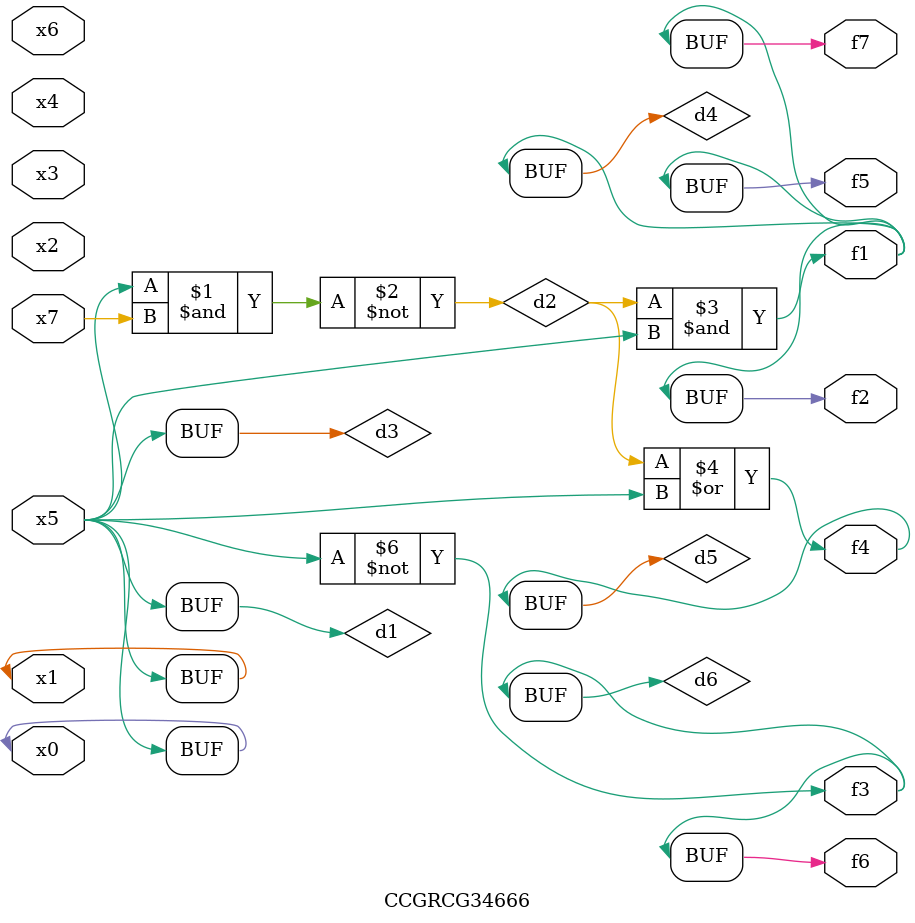
<source format=v>
module CCGRCG34666(
	input x0, x1, x2, x3, x4, x5, x6, x7,
	output f1, f2, f3, f4, f5, f6, f7
);

	wire d1, d2, d3, d4, d5, d6;

	buf (d1, x0, x5);
	nand (d2, x5, x7);
	buf (d3, x0, x1);
	and (d4, d2, d3);
	or (d5, d2, d3);
	nor (d6, d1, d3);
	assign f1 = d4;
	assign f2 = d4;
	assign f3 = d6;
	assign f4 = d5;
	assign f5 = d4;
	assign f6 = d6;
	assign f7 = d4;
endmodule

</source>
